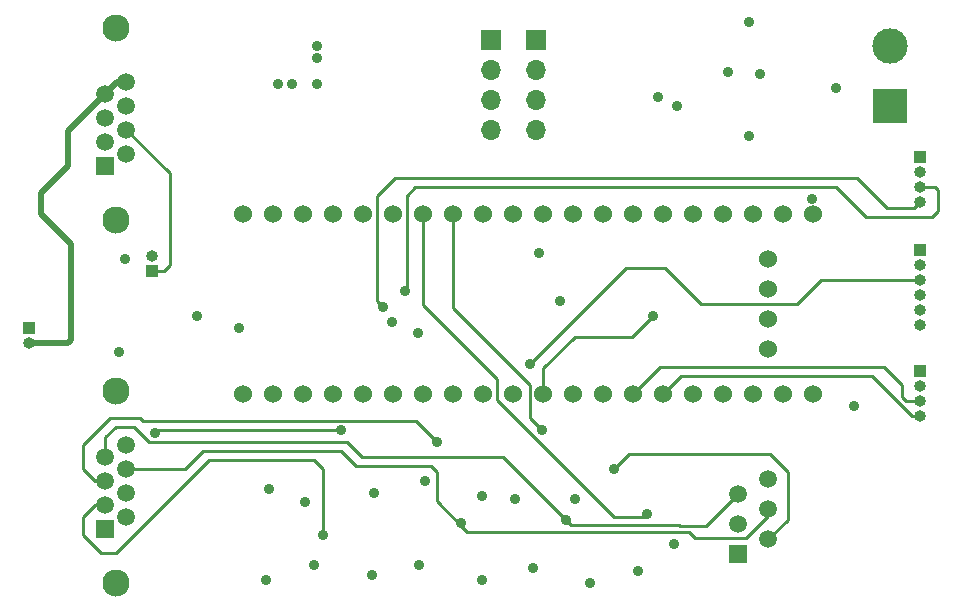
<source format=gbl>
G04 #@! TF.GenerationSoftware,KiCad,Pcbnew,(6.0.0)*
G04 #@! TF.CreationDate,2022-01-07T11:58:26+01:00*
G04 #@! TF.ProjectId,soar_audio,736f6172-5f61-4756-9469-6f2e6b696361,v1.1*
G04 #@! TF.SameCoordinates,Original*
G04 #@! TF.FileFunction,Copper,L4,Bot*
G04 #@! TF.FilePolarity,Positive*
%FSLAX46Y46*%
G04 Gerber Fmt 4.6, Leading zero omitted, Abs format (unit mm)*
G04 Created by KiCad (PCBNEW (6.0.0)) date 2022-01-07 11:58:26*
%MOMM*%
%LPD*%
G01*
G04 APERTURE LIST*
G04 #@! TA.AperFunction,ComponentPad*
%ADD10R,1.500000X1.500000*%
G04 #@! TD*
G04 #@! TA.AperFunction,ComponentPad*
%ADD11C,1.500000*%
G04 #@! TD*
G04 #@! TA.AperFunction,ComponentPad*
%ADD12C,2.300000*%
G04 #@! TD*
G04 #@! TA.AperFunction,ComponentPad*
%ADD13R,1.000000X1.000000*%
G04 #@! TD*
G04 #@! TA.AperFunction,ComponentPad*
%ADD14O,1.000000X1.000000*%
G04 #@! TD*
G04 #@! TA.AperFunction,ComponentPad*
%ADD15R,1.700000X1.700000*%
G04 #@! TD*
G04 #@! TA.AperFunction,ComponentPad*
%ADD16O,1.700000X1.700000*%
G04 #@! TD*
G04 #@! TA.AperFunction,ComponentPad*
%ADD17R,3.000000X3.000000*%
G04 #@! TD*
G04 #@! TA.AperFunction,ComponentPad*
%ADD18C,3.000000*%
G04 #@! TD*
G04 #@! TA.AperFunction,ComponentPad*
%ADD19C,1.524000*%
G04 #@! TD*
G04 #@! TA.AperFunction,ComponentPad*
%ADD20R,1.520000X1.520000*%
G04 #@! TD*
G04 #@! TA.AperFunction,ComponentPad*
%ADD21C,1.520000*%
G04 #@! TD*
G04 #@! TA.AperFunction,ViaPad*
%ADD22C,0.900000*%
G04 #@! TD*
G04 #@! TA.AperFunction,Conductor*
%ADD23C,0.500000*%
G04 #@! TD*
G04 #@! TA.AperFunction,Conductor*
%ADD24C,0.250000*%
G04 #@! TD*
G04 APERTURE END LIST*
D10*
X109853000Y-80776000D03*
D11*
X109853000Y-78744000D03*
X109853000Y-76712000D03*
X109853000Y-74680000D03*
X111633000Y-79760000D03*
X111633000Y-77728000D03*
X111633000Y-75696000D03*
X111633000Y-73664000D03*
D12*
X110743000Y-69086000D03*
X110743000Y-85346000D03*
D10*
X109853000Y-111510000D03*
D11*
X109853000Y-109478000D03*
X109853000Y-107446000D03*
X109853000Y-105414000D03*
X111633000Y-110494000D03*
X111633000Y-108462000D03*
X111633000Y-106430000D03*
X111633000Y-104398000D03*
D12*
X110743000Y-99820000D03*
X110743000Y-116080000D03*
D13*
X103378000Y-94488000D03*
D14*
X103378000Y-95758000D03*
D15*
X146304000Y-70114000D03*
D16*
X146304000Y-72654000D03*
X146304000Y-75194000D03*
X146304000Y-77734000D03*
D13*
X113792000Y-89662000D03*
D14*
X113792000Y-88392000D03*
D13*
X178816000Y-80010000D03*
D14*
X178816000Y-81280000D03*
X178816000Y-82550000D03*
X178816000Y-83820000D03*
D17*
X176276000Y-75692000D03*
D18*
X176276000Y-70612000D03*
D19*
X165989000Y-96266000D03*
X169799000Y-100076000D03*
X126619000Y-84836000D03*
X164719000Y-100076000D03*
X167259000Y-100076000D03*
X165989000Y-88646000D03*
X121539000Y-84836000D03*
X124079000Y-84836000D03*
X129159000Y-84836000D03*
X159639000Y-84836000D03*
X157099000Y-84836000D03*
X154559000Y-84836000D03*
X152019000Y-84836000D03*
X149479000Y-84836000D03*
X146939000Y-84836000D03*
X144399000Y-84836000D03*
X141859000Y-84836000D03*
X131699000Y-100076000D03*
X134239000Y-100076000D03*
X136779000Y-100076000D03*
X139319000Y-100076000D03*
X141859000Y-100076000D03*
X144399000Y-100076000D03*
X139319000Y-84836000D03*
X136779000Y-84836000D03*
X146939000Y-100076000D03*
X149479000Y-100076000D03*
X152019000Y-100076000D03*
X154559000Y-100076000D03*
X157099000Y-100076000D03*
X159639000Y-100076000D03*
X162179000Y-100076000D03*
X134239000Y-84836000D03*
X131699000Y-84836000D03*
X121539000Y-100076000D03*
X124079000Y-100076000D03*
X126619000Y-100076000D03*
X129159000Y-100076000D03*
X167259000Y-84836000D03*
X164719000Y-84836000D03*
X162179000Y-84836000D03*
X165989000Y-91186000D03*
X165989000Y-93726000D03*
X169799000Y-84836000D03*
D15*
X142494000Y-70114000D03*
D16*
X142494000Y-72654000D03*
X142494000Y-75194000D03*
X142494000Y-77734000D03*
D13*
X178816000Y-98176000D03*
D14*
X178816000Y-99446000D03*
X178816000Y-100716000D03*
X178816000Y-101986000D03*
D13*
X178816000Y-87884000D03*
D14*
X178816000Y-89154000D03*
X178816000Y-90424000D03*
X178816000Y-91694000D03*
X178816000Y-92964000D03*
X178816000Y-94234000D03*
D20*
X163426000Y-113660000D03*
D21*
X165966000Y-112390000D03*
X163426000Y-111120000D03*
X165966000Y-109850000D03*
X163426000Y-108580000D03*
X165966000Y-107310000D03*
D22*
X124510020Y-73863980D03*
X127762000Y-70612000D03*
X127762000Y-73872000D03*
X127762000Y-71628000D03*
X125638613Y-73863980D03*
X158242000Y-75692000D03*
X132588000Y-108458000D03*
X149606000Y-108966000D03*
X157988000Y-112776000D03*
X148336000Y-92202000D03*
X162557877Y-72831500D03*
X141732000Y-115824000D03*
X110998000Y-96520000D03*
X121158000Y-94488000D03*
X123444000Y-115824000D03*
X134112000Y-93980000D03*
X171704000Y-74168000D03*
X150876000Y-116078000D03*
X164338000Y-78232000D03*
X141732000Y-108712000D03*
X146558000Y-88138000D03*
X132423000Y-115405000D03*
X111506000Y-88646000D03*
X173228000Y-101092000D03*
X156677606Y-74943175D03*
X165310662Y-72956500D03*
X123735000Y-108167000D03*
X164338000Y-68580000D03*
X126746000Y-109220000D03*
X136906000Y-107442000D03*
X136398000Y-114554000D03*
X154940000Y-115062000D03*
X169672000Y-83566000D03*
X136352000Y-94950000D03*
X144526000Y-108966000D03*
X117602000Y-93472000D03*
X146050000Y-114808000D03*
X127508000Y-114554000D03*
X145796000Y-97536000D03*
X128270000Y-112014000D03*
X137922000Y-104140000D03*
X148844000Y-110744000D03*
X114046000Y-103365500D03*
X129794000Y-103136500D03*
X139954000Y-110998000D03*
X156210000Y-93472000D03*
X155702000Y-110236000D03*
X146812000Y-103124000D03*
X152908000Y-106426000D03*
X135215345Y-91352655D03*
X133350000Y-92710000D03*
D23*
X109853000Y-74680000D02*
X106676000Y-77857000D01*
X104394000Y-83058000D02*
X104394000Y-84836000D01*
X106680000Y-95758000D02*
X103378000Y-95758000D01*
X106934000Y-87376000D02*
X106934000Y-95504000D01*
X110869000Y-73664000D02*
X109853000Y-74680000D01*
X106934000Y-95504000D02*
X106680000Y-95758000D01*
X106676000Y-77857000D02*
X106676000Y-80776000D01*
X106676000Y-80776000D02*
X104394000Y-83058000D01*
X104394000Y-84836000D02*
X106934000Y-87376000D01*
X111633000Y-73664000D02*
X110869000Y-73664000D01*
D24*
X111633000Y-77728000D02*
X115316000Y-81411000D01*
X115316000Y-89154000D02*
X114808000Y-89662000D01*
X114808000Y-89662000D02*
X113792000Y-89662000D01*
X115316000Y-81411000D02*
X115316000Y-89154000D01*
X178816000Y-101986000D02*
X178186000Y-101986000D01*
X178186000Y-101986000D02*
X174752000Y-98552000D01*
X158623000Y-98552000D02*
X174752000Y-98552000D01*
X157099000Y-100076000D02*
X158623000Y-98552000D01*
X177678000Y-100716000D02*
X178816000Y-100716000D01*
X177292000Y-100330000D02*
X177678000Y-100716000D01*
X154559000Y-100076000D02*
X156845000Y-97790000D01*
X177292000Y-99314000D02*
X175768000Y-97790000D01*
X177292000Y-99314000D02*
X177292000Y-100330000D01*
X156845000Y-97790000D02*
X175768000Y-97790000D01*
X168402000Y-92456000D02*
X170434000Y-90424000D01*
X170434000Y-90424000D02*
X178816000Y-90424000D01*
X160274000Y-92456000D02*
X168402000Y-92456000D01*
X145796000Y-97536000D02*
X153924000Y-89408000D01*
X153924000Y-89408000D02*
X157226000Y-89408000D01*
X157226000Y-89408000D02*
X160274000Y-92456000D01*
X107950000Y-110490000D02*
X108962000Y-109478000D01*
X128270000Y-112014000D02*
X128270000Y-106426000D01*
X127508000Y-105664000D02*
X118618000Y-105664000D01*
X118618000Y-105664000D02*
X110744000Y-113538000D01*
X128270000Y-106426000D02*
X127508000Y-105664000D01*
X108962000Y-109478000D02*
X109853000Y-109478000D01*
X109474000Y-113538000D02*
X107950000Y-112014000D01*
X107950000Y-112014000D02*
X107950000Y-110490000D01*
X110744000Y-113538000D02*
X109474000Y-113538000D01*
X107950000Y-106426000D02*
X108970000Y-107446000D01*
X136144000Y-102362000D02*
X113030000Y-102362000D01*
X113030000Y-102362000D02*
X112776000Y-102108000D01*
X136144000Y-102362000D02*
X137922000Y-104140000D01*
X110236000Y-102108000D02*
X107950000Y-104394000D01*
X112776000Y-102108000D02*
X110236000Y-102108000D01*
X107950000Y-104394000D02*
X107950000Y-106426000D01*
X108970000Y-107446000D02*
X109853000Y-107446000D01*
X110744000Y-102870000D02*
X109853000Y-103761000D01*
X131572000Y-105410000D02*
X130302000Y-104140000D01*
X149098000Y-110998000D02*
X143510000Y-105410000D01*
X158496000Y-111252000D02*
X160754000Y-111252000D01*
X113538000Y-104140000D02*
X112268000Y-102870000D01*
X112268000Y-102870000D02*
X110744000Y-102870000D01*
X160754000Y-111252000D02*
X163426000Y-108580000D01*
X109853000Y-103761000D02*
X109853000Y-105414000D01*
X158458511Y-111214511D02*
X158496000Y-111252000D01*
X143510000Y-105410000D02*
X131572000Y-105410000D01*
X130302000Y-104140000D02*
X113538000Y-104140000D01*
X149314511Y-111214511D02*
X158458511Y-111214511D01*
X149098000Y-110998000D02*
X149314511Y-111214511D01*
X119380000Y-103124000D02*
X114046000Y-103124000D01*
X129794000Y-103124000D02*
X119380000Y-103124000D01*
X140970000Y-111760000D02*
X140506369Y-111760000D01*
X159258000Y-111760000D02*
X140970000Y-111760000D01*
X129794000Y-104902000D02*
X118110000Y-104902000D01*
X165966000Y-109850000D02*
X165966000Y-110386000D01*
X116582000Y-106430000D02*
X111633000Y-106430000D01*
X165966000Y-110386000D02*
X164084000Y-112268000D01*
X164084000Y-112268000D02*
X162560000Y-112268000D01*
X131064000Y-106172000D02*
X129794000Y-104902000D01*
X137922000Y-109175631D02*
X137922000Y-106680000D01*
X137414000Y-106172000D02*
X131064000Y-106172000D01*
X162560000Y-112268000D02*
X159766000Y-112268000D01*
X118110000Y-104902000D02*
X116582000Y-106430000D01*
X140506369Y-111760000D02*
X140239377Y-111493008D01*
X140239377Y-111493008D02*
X137922000Y-109175631D01*
X159766000Y-112268000D02*
X159258000Y-111760000D01*
X137922000Y-106680000D02*
X137414000Y-106172000D01*
X149606000Y-95250000D02*
X146939000Y-97917000D01*
X154432000Y-95250000D02*
X149606000Y-95250000D01*
X156210000Y-93472000D02*
X154432000Y-95250000D01*
X146939000Y-97917000D02*
X146939000Y-100076000D01*
X143002000Y-100592614D02*
X152899386Y-110490000D01*
X152899386Y-110490000D02*
X155702000Y-110490000D01*
X143002000Y-98806000D02*
X143002000Y-100592614D01*
X136779000Y-84836000D02*
X136779000Y-92583000D01*
X136779000Y-92583000D02*
X143002000Y-98806000D01*
X145796000Y-99314000D02*
X139319000Y-92837000D01*
X145796000Y-102108000D02*
X145796000Y-99314000D01*
X139319000Y-92837000D02*
X139319000Y-84836000D01*
X145796000Y-102108000D02*
X146812000Y-103124000D01*
X154178000Y-105156000D02*
X152908000Y-106426000D01*
X167640000Y-106680000D02*
X166116000Y-105156000D01*
X166116000Y-105156000D02*
X163322000Y-105156000D01*
X163322000Y-105156000D02*
X154178000Y-105156000D01*
X165966000Y-112390000D02*
X167640000Y-110716000D01*
X167640000Y-110716000D02*
X167640000Y-106680000D01*
X179832000Y-85090000D02*
X174244000Y-85090000D01*
X135382000Y-91186000D02*
X135215345Y-91352655D01*
X180340000Y-84582000D02*
X179832000Y-85090000D01*
X178816000Y-82550000D02*
X180086000Y-82550000D01*
X174244000Y-85090000D02*
X171741489Y-82587489D01*
X180086000Y-82550000D02*
X180340000Y-82804000D01*
X136106511Y-82587489D02*
X135382000Y-83312000D01*
X180340000Y-82804000D02*
X180340000Y-84582000D01*
X135382000Y-83312000D02*
X135382000Y-91186000D01*
X171741489Y-82587489D02*
X136106511Y-82587489D01*
X178308000Y-84328000D02*
X176022000Y-84328000D01*
X178816000Y-83820000D02*
X178308000Y-84328000D01*
X173482000Y-81788000D02*
X134366000Y-81788000D01*
X176022000Y-84328000D02*
X173482000Y-81788000D01*
X132842000Y-83312000D02*
X132842000Y-92202000D01*
X134366000Y-81788000D02*
X132842000Y-83312000D01*
X132842000Y-92202000D02*
X133350000Y-92710000D01*
M02*

</source>
